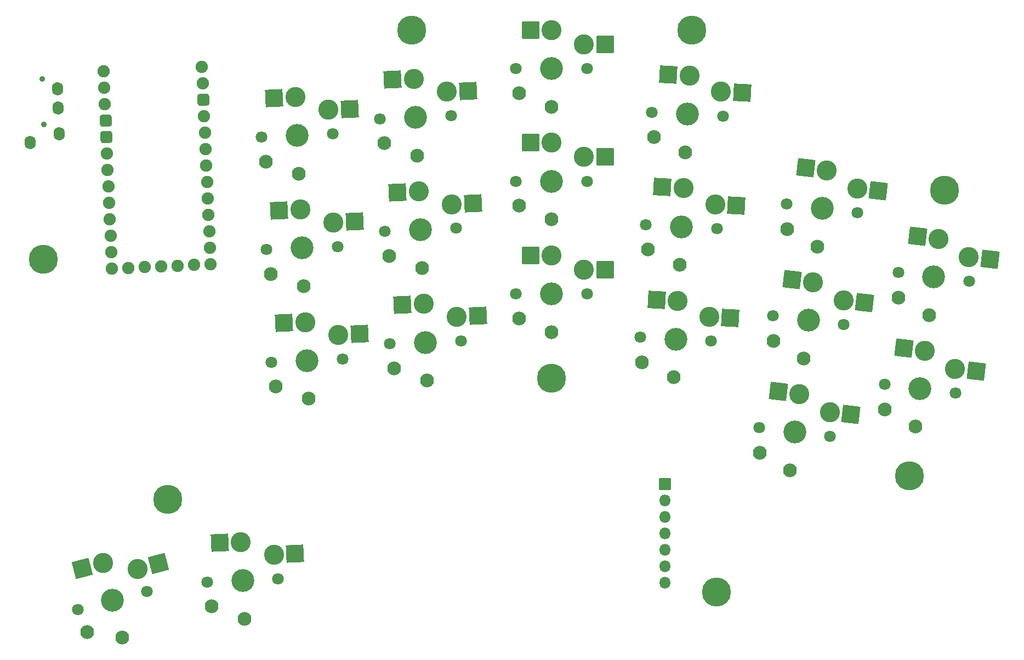
<source format=gbs>
G04 #@! TF.GenerationSoftware,KiCad,Pcbnew,8.0.5-dirty*
G04 #@! TF.CreationDate,2024-10-14T15:43:55+03:00*
G04 #@! TF.ProjectId,Kivipallur_right,4b697669-7061-46c6-9c75-725f72696768,1*
G04 #@! TF.SameCoordinates,Original*
G04 #@! TF.FileFunction,Soldermask,Bot*
G04 #@! TF.FilePolarity,Negative*
%FSLAX46Y46*%
G04 Gerber Fmt 4.6, Leading zero omitted, Abs format (unit mm)*
G04 Created by KiCad (PCBNEW 8.0.5-dirty) date 2024-10-14 15:43:55*
%MOMM*%
%LPD*%
G01*
G04 APERTURE LIST*
G04 Aperture macros list*
%AMRoundRect*
0 Rectangle with rounded corners*
0 $1 Rounding radius*
0 $2 $3 $4 $5 $6 $7 $8 $9 X,Y pos of 4 corners*
0 Add a 4 corners polygon primitive as box body*
4,1,4,$2,$3,$4,$5,$6,$7,$8,$9,$2,$3,0*
0 Add four circle primitives for the rounded corners*
1,1,$1+$1,$2,$3*
1,1,$1+$1,$4,$5*
1,1,$1+$1,$6,$7*
1,1,$1+$1,$8,$9*
0 Add four rect primitives between the rounded corners*
20,1,$1+$1,$2,$3,$4,$5,0*
20,1,$1+$1,$4,$5,$6,$7,0*
20,1,$1+$1,$6,$7,$8,$9,0*
20,1,$1+$1,$8,$9,$2,$3,0*%
%AMHorizOval*
0 Thick line with rounded ends*
0 $1 width*
0 $2 $3 position (X,Y) of the first rounded end (center of the circle)*
0 $4 $5 position (X,Y) of the second rounded end (center of the circle)*
0 Add line between two ends*
20,1,$1,$2,$3,$4,$5,0*
0 Add two circle primitives to create the rounded ends*
1,1,$1,$2,$3*
1,1,$1,$4,$5*%
G04 Aperture macros list end*
%ADD10C,4.500000*%
%ADD11C,1.801800*%
%ADD12C,3.100000*%
%ADD13C,3.529000*%
%ADD14RoundRect,0.050000X-1.242057X-1.355468X1.355468X-1.242057X1.242057X1.355468X-1.355468X1.242057X0*%
%ADD15C,2.132000*%
%ADD16RoundRect,0.050000X-1.366255X-1.230182X1.230182X-1.366255X1.366255X1.230182X-1.230182X1.366255X0*%
%ADD17RoundRect,0.050000X-1.300000X-1.300000X1.300000X-1.300000X1.300000X1.300000X-1.300000X1.300000X0*%
%ADD18RoundRect,0.050000X-1.448740X-1.131880X1.131880X-1.448740X1.448740X1.131880X-1.131880X1.448740X0*%
%ADD19RoundRect,0.050000X-0.850000X-0.850000X0.850000X-0.850000X0.850000X0.850000X-0.850000X0.850000X0*%
%ADD20O,1.800000X1.800000*%
%ADD21C,1.900000*%
%ADD22RoundRect,0.475000X-0.453829X-0.495267X0.495267X-0.453829X0.453829X0.495267X-0.495267X0.453829X0*%
%ADD23C,0.900000*%
%ADD24HorizOval,1.700000X-0.008724X0.199810X0.008724X-0.199810X0*%
%ADD25RoundRect,0.050000X-0.933098X-1.584086X1.584086X-0.933098X0.933098X1.584086X-1.584086X0.933098X0*%
G04 APERTURE END LIST*
D10*
X152571278Y-99283709D03*
D11*
X108522287Y-79440870D03*
D12*
X113757517Y-73256626D03*
D13*
X114017052Y-79200963D03*
D12*
X118848720Y-75236435D03*
D11*
X119511817Y-78961056D03*
D14*
X110485634Y-73399480D03*
D15*
X114274406Y-85095348D03*
X109187565Y-83215443D03*
D14*
X122120603Y-75093582D03*
D11*
X167148722Y-75632036D03*
D12*
X172952583Y-69978038D03*
D13*
X172641184Y-75919884D03*
D12*
X177830592Y-72436703D03*
D11*
X178133646Y-76207732D03*
D16*
X169682071Y-69806638D03*
D15*
X172332402Y-81811798D03*
X167449160Y-79452996D03*
D16*
X181101103Y-72608103D03*
D11*
X109281264Y-96824309D03*
D12*
X114516494Y-90640065D03*
D13*
X114776029Y-96584402D03*
D12*
X119607697Y-92619874D03*
D11*
X120270794Y-96344495D03*
D14*
X111244611Y-90782919D03*
D15*
X115033383Y-102478787D03*
X109946542Y-100598882D03*
D14*
X122879580Y-92477021D03*
D11*
X107763310Y-62057431D03*
D12*
X112998540Y-55873187D03*
D13*
X113258075Y-61817524D03*
D12*
X118089743Y-57852996D03*
D11*
X118752840Y-61577617D03*
D14*
X109726657Y-56016041D03*
D15*
X113515429Y-67711909D03*
X108428588Y-65832004D03*
D14*
X121361626Y-57710143D03*
D11*
X147071278Y-68883709D03*
D12*
X152571278Y-62933709D03*
D13*
X152571278Y-68883709D03*
D12*
X157571278Y-65133709D03*
D11*
X158071278Y-68883709D03*
D17*
X149296278Y-62933709D03*
D15*
X152571278Y-74783709D03*
X147571278Y-72683709D03*
D17*
X160846278Y-65133709D03*
D10*
X207833466Y-114352832D03*
D11*
X147071278Y-86283709D03*
D12*
X152571278Y-80333709D03*
D13*
X152571278Y-86283709D03*
D12*
X157571278Y-82533709D03*
D11*
X158071278Y-86283709D03*
D17*
X149296278Y-80333709D03*
D15*
X152571278Y-92183709D03*
X147571278Y-90083709D03*
D17*
X160846278Y-82533709D03*
D11*
X166238076Y-93008190D03*
D12*
X172041937Y-87354192D03*
D13*
X171730538Y-93296038D03*
D12*
X176919946Y-89812857D03*
D11*
X177223000Y-93583886D03*
D16*
X168771425Y-87182792D03*
D15*
X171421756Y-99187952D03*
X166538514Y-96829150D03*
D16*
X180190457Y-89984257D03*
D11*
X99353364Y-130789686D03*
D12*
X104588594Y-124605442D03*
D13*
X104848129Y-130549779D03*
D12*
X109679797Y-126585251D03*
D11*
X110342894Y-130309872D03*
D14*
X101316711Y-124748296D03*
D15*
X105105483Y-136444164D03*
X100018642Y-134564259D03*
D14*
X112951680Y-126442398D03*
D11*
X186780552Y-89703394D03*
D12*
X192964679Y-84468025D03*
D13*
X192239556Y-90373675D03*
D12*
X197659297Y-87260974D03*
D11*
X197698560Y-91043956D03*
D18*
X189714090Y-84068903D03*
D15*
X191520527Y-96229697D03*
X186813722Y-93536004D03*
D18*
X200909885Y-87660096D03*
D11*
X127576513Y-94023616D03*
D12*
X132811743Y-87839372D03*
D13*
X133071278Y-93783709D03*
D12*
X137902946Y-89819181D03*
D11*
X138566043Y-93543802D03*
D14*
X129539860Y-87982226D03*
D15*
X133328632Y-99678094D03*
X128241791Y-97798189D03*
D14*
X141174829Y-89676328D03*
D11*
X188901078Y-72433091D03*
D12*
X195085205Y-67197722D03*
D13*
X194360082Y-73103372D03*
D12*
X199779823Y-69990671D03*
D11*
X199819086Y-73773653D03*
D18*
X191834616Y-66798600D03*
D15*
X193641053Y-78959394D03*
X188934248Y-76265701D03*
D18*
X203030411Y-70389793D03*
D11*
X184660025Y-106973697D03*
D12*
X190844152Y-101738328D03*
D13*
X190119029Y-107643978D03*
D12*
X195538770Y-104531277D03*
D11*
X195578033Y-108314259D03*
D18*
X187593563Y-101339206D03*
D15*
X189400000Y-113500000D03*
X184693195Y-110806307D03*
D18*
X198789358Y-104930399D03*
D11*
X206140225Y-83012875D03*
D12*
X212324352Y-77777506D03*
D13*
X211599229Y-83683156D03*
D12*
X217018970Y-80570455D03*
D11*
X217058233Y-84353437D03*
D18*
X209073763Y-77378384D03*
D15*
X210880200Y-89539178D03*
X206173395Y-86845485D03*
D18*
X220269558Y-80969577D03*
D10*
X74055123Y-80945739D03*
X93291547Y-118041965D03*
D19*
X170083140Y-115655621D03*
D20*
X170083140Y-118195621D03*
X170083140Y-120735621D03*
X170083140Y-123275621D03*
X170083140Y-125815621D03*
X170083140Y-128355621D03*
X170083140Y-130895621D03*
D11*
X168059367Y-58255882D03*
D12*
X173863228Y-52601884D03*
D13*
X173551829Y-58543730D03*
D12*
X178741237Y-55060549D03*
D11*
X179044291Y-58831578D03*
D16*
X170592716Y-52430484D03*
D15*
X173243047Y-64435644D03*
X168359805Y-62076842D03*
D16*
X182011748Y-55231949D03*
D11*
X147071278Y-51483709D03*
D12*
X152571278Y-45533709D03*
D13*
X152571278Y-51483709D03*
D12*
X157571278Y-47733709D03*
D11*
X158071278Y-51483709D03*
D17*
X149296278Y-45533709D03*
D15*
X152571278Y-57383709D03*
X147571278Y-55283709D03*
D17*
X160846278Y-47733709D03*
D21*
X83461030Y-54456297D03*
X83571823Y-56993880D03*
D22*
X83682616Y-59531462D03*
X83793409Y-62069045D03*
D21*
X83904203Y-64606627D03*
X84014996Y-67144209D03*
X84125789Y-69681792D03*
X84236582Y-72219374D03*
X84347376Y-74756957D03*
X84458169Y-77294539D03*
X84568962Y-79832122D03*
X84679755Y-82369704D03*
X98686525Y-53791538D03*
D22*
X98797318Y-56329120D03*
D21*
X98908111Y-58866703D03*
X99018904Y-61404285D03*
X99129698Y-63941868D03*
X99240491Y-66479450D03*
X99351284Y-69017033D03*
X99462077Y-71554615D03*
X99572871Y-74092197D03*
X99683664Y-76629780D03*
X99794457Y-79167362D03*
X99905250Y-81704945D03*
X87217338Y-82258911D03*
X89754920Y-82148118D03*
X92292503Y-82037325D03*
X94830085Y-81926531D03*
X97367668Y-81815738D03*
X98575731Y-51253955D03*
X83350236Y-51918715D03*
D11*
X126817536Y-76640177D03*
D12*
X132052766Y-70455933D03*
D13*
X132312301Y-76400270D03*
D12*
X137143969Y-72435742D03*
D11*
X137807066Y-76160363D03*
D14*
X128780883Y-70598787D03*
D15*
X132569655Y-82294655D03*
X127482814Y-80414750D03*
D14*
X140415852Y-72292889D03*
D10*
X213244465Y-70283783D03*
D23*
X73877804Y-53087283D03*
X74183140Y-60080621D03*
D24*
X76376264Y-57582580D03*
X76245406Y-54585436D03*
X72003101Y-62878373D03*
X76550742Y-61578773D03*
D10*
X174232197Y-45561546D03*
X178017511Y-132353354D03*
X130964461Y-45529680D03*
D11*
X126058558Y-59256738D03*
D12*
X131293788Y-53072494D03*
D13*
X131553323Y-59016831D03*
D12*
X136384991Y-55052303D03*
D11*
X137048088Y-58776924D03*
D14*
X128021905Y-53215348D03*
D15*
X131810677Y-64911216D03*
X126723836Y-63031311D03*
D14*
X139656874Y-54909450D03*
D11*
X204019698Y-100283178D03*
D12*
X210203825Y-95047809D03*
D13*
X209478702Y-100953459D03*
D12*
X214898443Y-97840758D03*
D11*
X214937706Y-101623740D03*
D18*
X206953236Y-94648687D03*
D15*
X208759673Y-106809481D03*
X204052868Y-104115788D03*
D18*
X218149031Y-98239880D03*
D11*
X79438506Y-135005887D03*
D12*
X83273557Y-127868319D03*
D13*
X84763318Y-133628797D03*
D12*
X88665131Y-128746343D03*
D11*
X90088130Y-132251707D03*
D25*
X80102873Y-128688313D03*
D15*
X86240560Y-139340868D03*
X80874024Y-138559658D03*
D25*
X91835815Y-127926349D03*
M02*

</source>
